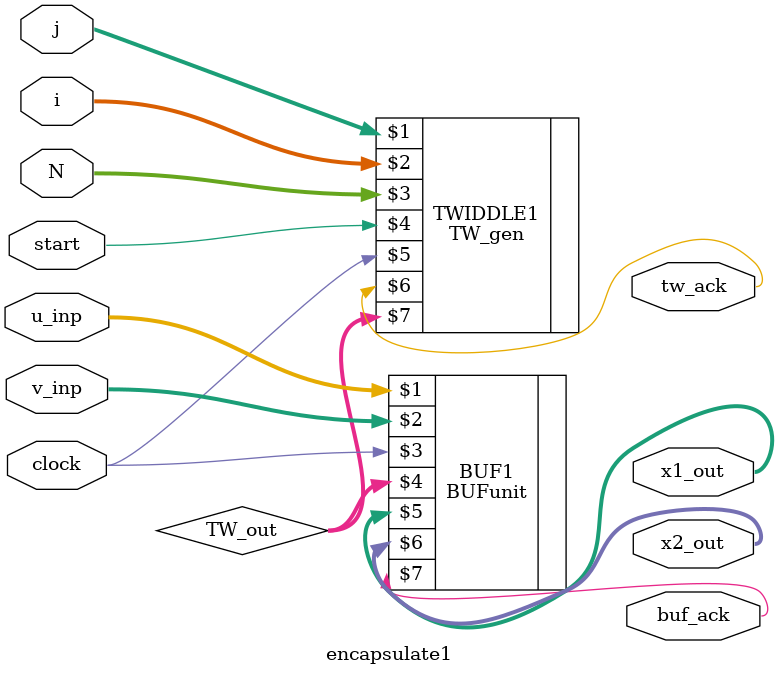
<source format=v>

module encapsulate1(i,j,N,start,clock,u_inp,v_inp,x1_out,x2_out,tw_ack,buf_ack);

parameter n = 25;
input [4:0] i;
input [4:0] j;
input [4:0] N;
input start;
input clock;
input [n-1:0] u_inp;
input [n-1:0] v_inp;
output [n-1:0] x1_out;
output [n-1:0] x2_out;
output tw_ack;
output buf_ack;

wire [n-1:0] TW_out;

//assign TW_check = TW_out;   //check whether twiddle is obtained or not at output

TW_gen TWIDDLE1(j,i,N,start,clock,tw_ack,TW_out);
BUFunit BUF1(u_inp,v_inp,clock,TW_out,x1_out,x2_out,buf_ack);

endmodule
</source>
